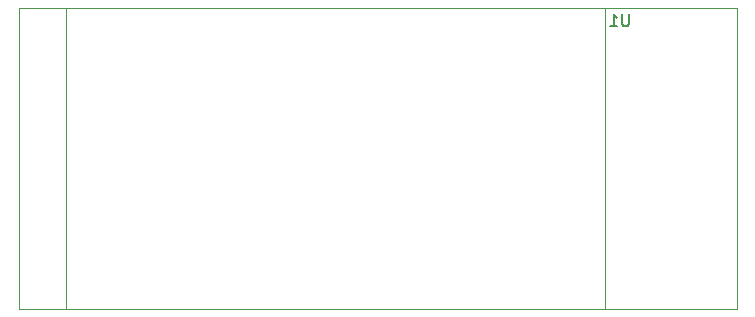
<source format=gbo>
G04 #@! TF.GenerationSoftware,KiCad,Pcbnew,8.0.1-8.0.1-1~ubuntu22.04.1*
G04 #@! TF.CreationDate,2024-08-12T13:14:35+02:00*
G04 #@! TF.ProjectId,NerdNOS,4e657264-4e4f-4532-9e6b-696361645f70,rev?*
G04 #@! TF.SameCoordinates,Original*
G04 #@! TF.FileFunction,Legend,Bot*
G04 #@! TF.FilePolarity,Positive*
%FSLAX46Y46*%
G04 Gerber Fmt 4.6, Leading zero omitted, Abs format (unit mm)*
G04 Created by KiCad (PCBNEW 8.0.1-8.0.1-1~ubuntu22.04.1) date 2024-08-12 13:14:35*
%MOMM*%
%LPD*%
G01*
G04 APERTURE LIST*
%ADD10C,0.150000*%
%ADD11C,0.120000*%
%ADD12C,0.650000*%
%ADD13O,2.100000X1.000000*%
%ADD14O,1.800000X1.000000*%
%ADD15C,1.700000*%
G04 APERTURE END LIST*
D10*
X131961904Y-54054819D02*
X131961904Y-54864342D01*
X131961904Y-54864342D02*
X131914285Y-54959580D01*
X131914285Y-54959580D02*
X131866666Y-55007200D01*
X131866666Y-55007200D02*
X131771428Y-55054819D01*
X131771428Y-55054819D02*
X131580952Y-55054819D01*
X131580952Y-55054819D02*
X131485714Y-55007200D01*
X131485714Y-55007200D02*
X131438095Y-54959580D01*
X131438095Y-54959580D02*
X131390476Y-54864342D01*
X131390476Y-54864342D02*
X131390476Y-54054819D01*
X130390476Y-55054819D02*
X130961904Y-55054819D01*
X130676190Y-55054819D02*
X130676190Y-54054819D01*
X130676190Y-54054819D02*
X130771428Y-54197676D01*
X130771428Y-54197676D02*
X130866666Y-54292914D01*
X130866666Y-54292914D02*
X130961904Y-54340533D01*
D11*
X84300000Y-53530000D02*
X84300000Y-78930000D01*
X129950000Y-53530000D02*
X129950000Y-78930000D01*
X80300000Y-53485000D02*
X141080000Y-53485000D01*
X141080000Y-78975000D01*
X80300000Y-78975000D01*
X80300000Y-53485000D01*
%LPC*%
D12*
X135985000Y-69080000D03*
X135985000Y-63300000D03*
D13*
X135485000Y-70510000D03*
D14*
X139665000Y-70510000D03*
D13*
X135485000Y-61870000D03*
D14*
X139665000Y-61870000D03*
D15*
X89440000Y-77690000D03*
X91980000Y-77690000D03*
X94520000Y-77690000D03*
X97060000Y-77690000D03*
X99600000Y-77690000D03*
X102140000Y-77690000D03*
X104680000Y-77690000D03*
X107220000Y-77690000D03*
X109760000Y-77690000D03*
X112300000Y-77690000D03*
X114840000Y-77690000D03*
X117380000Y-77690000D03*
X117380000Y-54770000D03*
X114840000Y-54770000D03*
X112300000Y-54770000D03*
X109760000Y-54770000D03*
X107220000Y-54770000D03*
X104680000Y-54770000D03*
X102140000Y-54770000D03*
X99600000Y-54770000D03*
X97060000Y-54770000D03*
X94520000Y-54770000D03*
X91980000Y-54770000D03*
X89440000Y-54770000D03*
%LPD*%
M02*

</source>
